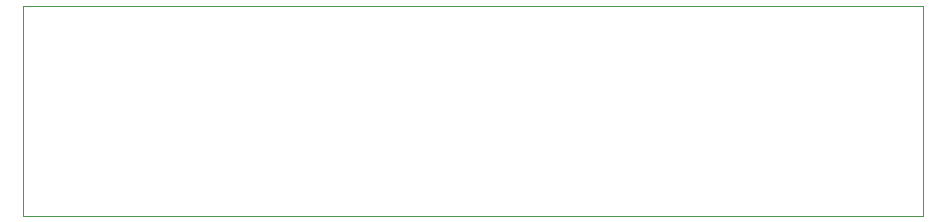
<source format=gko>
%FSLAX46Y46*%
G04 Gerber Fmt 4.6, Leading zero omitted, Abs format (unit mm)*
G04 Created by KiCad (PCBNEW (2014-jul-16 BZR unknown)-product) date Thu 26 Feb 2015 11:02:22 PM EST*
%MOMM*%
G01*
G04 APERTURE LIST*
%ADD10C,0.100000*%
G04 APERTURE END LIST*
D10*
X116840000Y-68580000D02*
X116840000Y-86360000D01*
X193040000Y-68580000D02*
X116840000Y-68580000D01*
X193040000Y-86360000D02*
X193040000Y-68580000D01*
X116840000Y-86360000D02*
X193040000Y-86360000D01*
M02*

</source>
